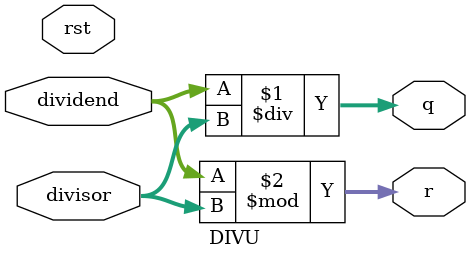
<source format=v>
`timescale 1ns / 1ps
module DIVU(
    input rst,
    input [31:0] dividend,
    input [31:0] divisor,
    output [31:0] q,
    output [31:0] r
);
    assign q=dividend/divisor;
    assign r=dividend%divisor;

endmodule

</source>
